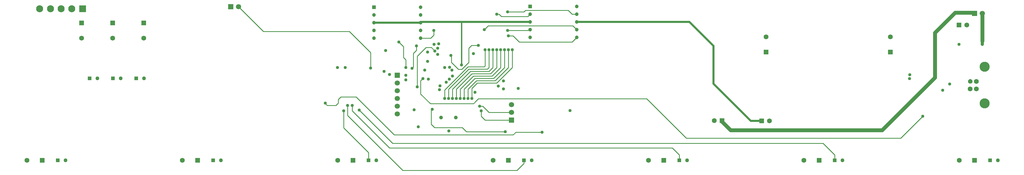
<source format=gbr>
G04 DipTrace 2.4.0.1*
%INBottom.gbr*%
%MOIN*%
%ADD13C,0.01*%
%ADD14C,0.05*%
%ADD15C,0.04*%
%ADD18C,0.025*%
%ADD20C,0.0152*%
%ADD22R,0.063X0.063*%
%ADD23C,0.063*%
%ADD27R,0.05X0.05*%
%ADD28R,0.0472X0.0472*%
%ADD30C,0.0472*%
%ADD32C,0.063*%
%ADD33C,0.1299*%
%ADD35R,0.0669X0.0669*%
%ADD37C,0.0669*%
%ADD38R,0.0906X0.0906*%
%ADD40C,0.0906*%
%ADD49C,0.048*%
%FSLAX44Y44*%
G04*
G70*
G90*
G75*
G01*
%LNBottom*%
%LPD*%
X66100Y20320D2*
D13*
X65230D1*
X64850Y19940D1*
Y18120D1*
X63940Y17210D1*
X63520D1*
X62610Y18120D1*
Y18960D1*
X62560Y19010D1*
X58220Y14940D2*
Y18920D1*
X59340Y20040D1*
X60040D1*
X60490Y19590D1*
X130940Y24440D2*
D14*
Y20890D1*
D15*
Y20440D1*
X70340Y10640D2*
D13*
X66940D1*
X66440Y11140D1*
Y11840D1*
X70340Y11640D2*
X67440D1*
X66640Y12440D1*
X66240D1*
X74280Y9100D2*
X70920D1*
X70560Y8740D1*
X55250D1*
X50350Y13640D1*
X48380D1*
X48060Y13320D1*
Y12860D1*
X47760Y12560D1*
X46630D1*
X46410Y12780D1*
Y12890D1*
X46370Y12850D1*
X111940Y5440D2*
Y6140D1*
X110440Y7640D1*
X55040D1*
X50740Y11940D1*
X97440Y10594D2*
D14*
Y10440D1*
X98540Y9340D1*
X118040D1*
X124840Y16140D1*
Y21940D1*
X127440Y24540D1*
X129840D1*
X129940Y24440D1*
X61740Y13440D2*
D13*
Y14540D1*
X64740Y17540D1*
X66840D1*
X66940Y17640D1*
Y19740D1*
X62240Y13440D2*
Y14640D1*
X64840Y17240D1*
X67240D1*
X67440Y17440D1*
Y19740D1*
X67940D2*
Y17440D1*
X67440Y16940D1*
X65040D1*
X62740Y14640D1*
Y13440D1*
X63240D2*
Y14640D1*
X65240Y16640D1*
X67640D1*
X68440Y17440D1*
Y19740D1*
X68940D2*
Y17440D1*
X67840Y16340D1*
X65440D1*
X63740Y14640D1*
Y13440D1*
X64240D2*
Y14640D1*
X65640Y16040D1*
X68040D1*
X69440Y17440D1*
Y19740D1*
X69940D2*
Y17440D1*
X68240Y15740D1*
X65840D1*
X64740Y14640D1*
Y13440D1*
X65240D2*
Y14740D1*
X65940Y15440D1*
X68440D1*
X70440Y17440D1*
Y19740D1*
X69840Y24640D2*
X71940D1*
X72140Y24840D1*
X77640D1*
X78140Y24340D1*
X78740D1*
X68440D2*
X68740D1*
X69040Y24040D1*
X72440D1*
X72740Y24340D1*
X69840Y22240D2*
X72640D1*
X72740Y22340D1*
X69940Y21540D2*
X70540D1*
X71340Y20740D1*
X78140D1*
X78740Y21340D1*
X66840Y22340D2*
X67340Y22840D1*
X78240D1*
X78740Y22340D1*
X60340Y22240D2*
Y21640D1*
X59940Y21240D1*
X58640D1*
X51940Y5440D2*
Y6440D1*
X48740Y9640D1*
Y11840D1*
X91940Y5440D2*
Y6140D1*
X91040Y7040D1*
X54640D1*
X49840Y11840D1*
Y12540D1*
X71940Y5440D2*
Y5040D1*
X71040Y4140D1*
X56340D1*
X49240Y11240D1*
Y12540D1*
X52640Y23240D2*
D18*
X58640D1*
X102540Y10540D2*
X101140D1*
X96340Y15340D1*
Y20240D1*
X93240Y23340D1*
X78740D1*
X72740D2*
X63920D1*
X58740D1*
X58640Y23240D1*
X63920Y17780D2*
D20*
Y23340D1*
X52220Y17370D2*
D13*
Y19380D1*
X49490Y22110D1*
X38420D1*
X35210Y25320D1*
X69537Y9157D2*
X64557D1*
X64027Y9687D1*
X60457D1*
X60027Y10117D1*
Y12153D1*
X60140Y12040D1*
X58127Y20237D2*
Y19697D1*
X57727Y19297D1*
Y17517D1*
X57547Y17337D1*
X56740Y17440D2*
Y18440D1*
X56440Y18740D1*
Y20140D1*
X55840Y20740D1*
X58967Y16017D2*
X58917D1*
X58667Y15767D1*
Y14017D1*
X59907Y12777D1*
X65457D1*
X65647Y12967D1*
Y12987D1*
X66077Y13417D1*
X87767D1*
X92867Y8317D1*
X120457D1*
X123297Y11157D1*
D15*
X54640Y16540D3*
X59190Y17130D3*
X62680D3*
X53940Y16940D3*
X59540Y18240D3*
X62385Y17485D3*
X61740Y17440D3*
X54140Y19640D3*
X66100Y20320D3*
X60390Y20450D3*
X60850Y19940D3*
X58340Y9790D3*
X57810Y12000D3*
X58220Y14940D3*
X60490Y19590D3*
X61100Y14590D3*
X71210Y14760D3*
X69310Y14700D3*
X74280Y9100D3*
X46370Y12850D3*
X50740Y11940D3*
X69840Y24640D3*
X68440Y24340D3*
X69840Y22240D3*
X69940Y21540D3*
X66840Y22340D3*
X60340Y22240D3*
X48740Y11840D3*
X49840Y12540D3*
X49240D3*
X59540Y19440D3*
X52220Y17370D3*
X121577Y16027D3*
X77887Y11897D3*
X69537Y9157D3*
X60140Y12040D3*
X121607Y16507D3*
X58127Y20237D3*
X57547Y17337D3*
X55840Y20740D3*
X58967Y16017D3*
X123297Y11157D3*
X62290Y9240D3*
X125867Y14517D3*
X126767Y15317D3*
X62240Y13440D3*
X62740D3*
X63240D3*
X63740D3*
X64240D3*
X64740D3*
X65240D3*
X61740D3*
X66940Y19740D3*
X67440D3*
X67940D3*
X68440D3*
X68940D3*
X69440D3*
X69940D3*
X70440D3*
X59640Y15940D3*
X60840Y19140D3*
X69320Y15710D3*
X65440Y19240D3*
X66240Y12440D3*
X66440Y11840D3*
X61140Y15100D3*
X48940Y17440D3*
X62740Y16340D3*
X130940Y20440D3*
X61940Y15540D3*
X62340Y15940D3*
X47940Y17440D3*
X68640Y15040D3*
X63920Y17780D3*
X65640Y14240D3*
X62560Y19010D3*
X127940Y20440D3*
X61000Y20520D3*
X56740Y17440D3*
Y16440D3*
Y15840D3*
D22*
X102540Y10540D3*
D23*
X103540D3*
D22*
X97440Y10594D3*
D23*
X96440D3*
D14*
X23040Y16040D3*
D27*
X22040D3*
D14*
X20040D3*
D27*
X19040D3*
D14*
X17040D3*
D27*
X16040D3*
D14*
X132940Y5440D3*
D27*
X131940D3*
D14*
X112940D3*
D27*
X111940D3*
D14*
X92940D3*
D27*
X91940D3*
D14*
X72940D3*
D27*
X71940D3*
D14*
X52940D3*
D27*
X51940D3*
D14*
X32940D3*
D27*
X31940D3*
D14*
X12940D3*
D27*
X11940D3*
D28*
X52640Y25240D3*
D30*
Y24240D3*
Y23240D3*
Y22240D3*
Y21240D3*
X58640D3*
Y22240D3*
Y23240D3*
Y24240D3*
Y25240D3*
D28*
X72740Y25340D3*
D30*
Y24340D3*
Y23340D3*
Y22340D3*
Y21340D3*
X78740D3*
Y22340D3*
Y23340D3*
Y24340D3*
Y25340D3*
G36*
X129683Y15787D2*
Y15546D1*
X129513Y15376D1*
X129272D1*
X129101Y15546D1*
Y15787D1*
X129272Y15958D1*
X129513D1*
X129683Y15787D1*
G37*
D32*
X129392Y14682D3*
X130180D3*
Y15667D3*
D33*
X131247Y12804D3*
Y17545D3*
D35*
X55640Y16440D3*
D37*
Y15440D3*
Y14440D3*
Y13440D3*
Y12440D3*
Y11440D3*
D35*
X129940Y24440D3*
D37*
X130940D3*
D35*
X70340Y10640D3*
D37*
Y11640D3*
Y12640D3*
D35*
X34210Y25320D3*
D37*
X35210D3*
D38*
X15140Y25040D3*
D40*
X13762D3*
X12384D3*
X11006D3*
X9628D3*
D22*
X9940Y5440D3*
D32*
X7971D3*
D22*
X29940D3*
D32*
X27971D3*
D22*
X49940D3*
D32*
X47971D3*
D22*
X69940D3*
D32*
X67971D3*
D22*
X89940D3*
D32*
X87971D3*
D22*
X109940D3*
D32*
X107971D3*
D22*
X129940D3*
D32*
X127971D3*
D22*
X103124Y19456D3*
D32*
Y21424D3*
D22*
X15024Y23224D3*
D32*
Y21256D3*
D22*
X19024Y23224D3*
D32*
Y21256D3*
D22*
X23024Y23224D3*
D32*
Y21256D3*
D22*
X119124Y19456D3*
D32*
Y21424D3*
D49*
X61290Y10990D3*
X63190D3*
D22*
X127940Y22940D3*
D23*
X128940D3*
M02*

</source>
